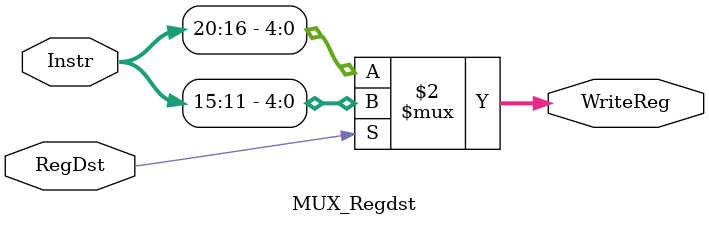
<source format=v>
module MUX_Regdst #(parameter width = 32) (
    input wire [width-1 : 0] Instr,
    input wire RegDst,
    output wire [4:0] WriteReg
);

assign WriteReg = (RegDst == 1'b0) ? Instr[20:16] : Instr[15:11];

    
endmodule
</source>
